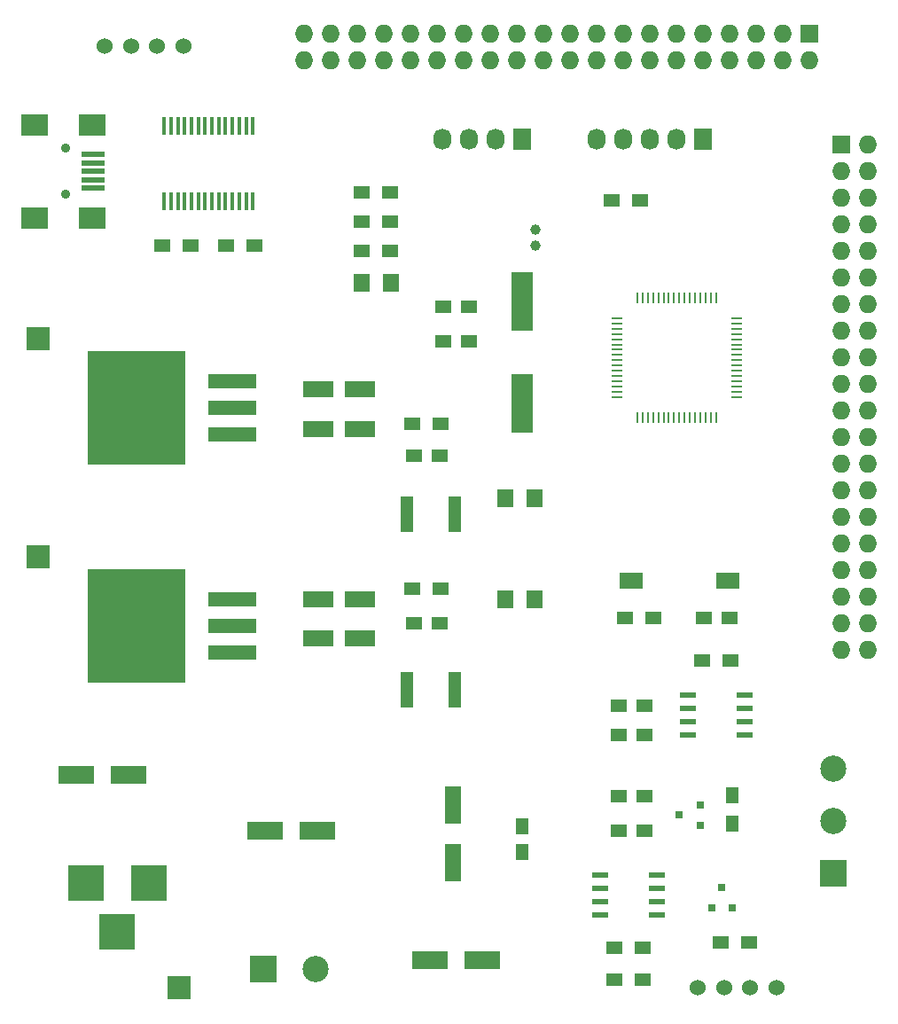
<source format=gts>
G04 #@! TF.FileFunction,Soldermask,Top*
%FSLAX46Y46*%
G04 Gerber Fmt 4.6, Leading zero omitted, Abs format (unit mm)*
G04 Created by KiCad (PCBNEW 4.0.2+dfsg1-stable) date 2017년 07월 06일 (목) 오전 10시 53분 42초*
%MOMM*%
G01*
G04 APERTURE LIST*
%ADD10C,0.100000*%
%ADD11R,1.500000X1.250000*%
%ADD12R,1.250000X1.500000*%
%ADD13R,0.800100X0.800100*%
%ADD14R,1.600200X3.599180*%
%ADD15R,1.200000X3.400000*%
%ADD16R,1.727200X2.032000*%
%ADD17O,1.727200X2.032000*%
%ADD18R,1.727200X1.727200*%
%ADD19O,1.727200X1.727200*%
%ADD20R,3.500120X3.500120*%
%ADD21R,2.235200X2.235200*%
%ADD22R,2.500000X2.500000*%
%ADD23C,2.500000*%
%ADD24C,1.524000*%
%ADD25R,2.301240X0.500380*%
%ADD26R,2.499360X1.998980*%
%ADD27C,0.899160*%
%ADD28R,1.597660X1.800860*%
%ADD29R,1.500000X1.300000*%
%ADD30R,1.300000X1.500000*%
%ADD31R,2.180000X1.600000*%
%ADD32R,2.999740X1.501140*%
%ADD33R,1.000000X0.250000*%
%ADD34R,0.250000X1.000000*%
%ADD35R,4.600000X1.390000*%
%ADD36R,9.400000X10.800000*%
%ADD37R,0.450000X1.750000*%
%ADD38R,1.550000X0.600000*%
%ADD39C,1.000760*%
%ADD40R,2.100580X5.600700*%
%ADD41R,3.500120X1.800860*%
G04 APERTURE END LIST*
D10*
D11*
X120630000Y-54864000D03*
X118130000Y-54864000D03*
X120630000Y-58166000D03*
X118130000Y-58166000D03*
X143022000Y-84582000D03*
X145522000Y-84582000D03*
D12*
X125730000Y-104414000D03*
X125730000Y-106914000D03*
D11*
X115336000Y-85090000D03*
X117836000Y-85090000D03*
X115336000Y-69088000D03*
X117836000Y-69088000D03*
X137394000Y-92964000D03*
X134894000Y-92964000D03*
X137394000Y-95758000D03*
X134894000Y-95758000D03*
X137394000Y-101600000D03*
X134894000Y-101600000D03*
X137394000Y-104902000D03*
X134894000Y-104902000D03*
D13*
X142732760Y-104328000D03*
X142732760Y-102428000D03*
X140733780Y-103378000D03*
X143830000Y-112252760D03*
X145730000Y-112252760D03*
X144780000Y-110253780D03*
D14*
X119126000Y-102405180D03*
X119126000Y-107906820D03*
D15*
X114681000Y-91440000D03*
X119253000Y-91440000D03*
X114681000Y-74676000D03*
X119253000Y-74676000D03*
D16*
X125730000Y-38862000D03*
D17*
X123190000Y-38862000D03*
X120650000Y-38862000D03*
X118110000Y-38862000D03*
D16*
X143002000Y-38862000D03*
D17*
X140462000Y-38862000D03*
X137922000Y-38862000D03*
X135382000Y-38862000D03*
X132842000Y-38862000D03*
D18*
X156210000Y-39370000D03*
D19*
X158750000Y-39370000D03*
X156210000Y-41910000D03*
X158750000Y-41910000D03*
X156210000Y-44450000D03*
X158750000Y-44450000D03*
X156210000Y-46990000D03*
X158750000Y-46990000D03*
X156210000Y-49530000D03*
X158750000Y-49530000D03*
X156210000Y-52070000D03*
X158750000Y-52070000D03*
X156210000Y-54610000D03*
X158750000Y-54610000D03*
X156210000Y-57150000D03*
X158750000Y-57150000D03*
X156210000Y-59690000D03*
X158750000Y-59690000D03*
X156210000Y-62230000D03*
X158750000Y-62230000D03*
X156210000Y-64770000D03*
X158750000Y-64770000D03*
X156210000Y-67310000D03*
X158750000Y-67310000D03*
X156210000Y-69850000D03*
X158750000Y-69850000D03*
X156210000Y-72390000D03*
X158750000Y-72390000D03*
X156210000Y-74930000D03*
X158750000Y-74930000D03*
X156210000Y-77470000D03*
X158750000Y-77470000D03*
X156210000Y-80010000D03*
X158750000Y-80010000D03*
X156210000Y-82550000D03*
X158750000Y-82550000D03*
X156210000Y-85090000D03*
X158750000Y-85090000D03*
X156210000Y-87630000D03*
X158750000Y-87630000D03*
D20*
X90020140Y-109855000D03*
X84020660Y-109855000D03*
X87020400Y-114554000D03*
D21*
X92964000Y-119888000D03*
D22*
X100965000Y-118110000D03*
D23*
X105965000Y-118110000D03*
D21*
X79502000Y-78740000D03*
X79502000Y-57912000D03*
D18*
X153130000Y-28730000D03*
D19*
X153130000Y-31270000D03*
X150590000Y-28730000D03*
X150590000Y-31270000D03*
X148050000Y-28730000D03*
X148050000Y-31270000D03*
X145510000Y-28730000D03*
X145510000Y-31270000D03*
X142970000Y-28730000D03*
X142970000Y-31270000D03*
X140430000Y-28730000D03*
X140430000Y-31270000D03*
X137890000Y-28730000D03*
X137890000Y-31270000D03*
X135350000Y-28730000D03*
X135350000Y-31270000D03*
X132810000Y-28730000D03*
X132810000Y-31270000D03*
X130270000Y-28730000D03*
X130270000Y-31270000D03*
X127730000Y-28730000D03*
X127730000Y-31270000D03*
X125190000Y-28730000D03*
X125190000Y-31270000D03*
X122650000Y-28730000D03*
X122650000Y-31270000D03*
X120110000Y-28730000D03*
X120110000Y-31270000D03*
X117570000Y-28730000D03*
X117570000Y-31270000D03*
X115030000Y-28730000D03*
X115030000Y-31270000D03*
X112490000Y-28730000D03*
X112490000Y-31270000D03*
X109950000Y-28730000D03*
X109950000Y-31270000D03*
X107410000Y-28730000D03*
X107410000Y-31270000D03*
X104870000Y-28730000D03*
X104870000Y-31270000D03*
D24*
X85852000Y-29972000D03*
X88352000Y-29972000D03*
X90852000Y-29972000D03*
X93352000Y-29972000D03*
D25*
X84729320Y-40309800D03*
X84729320Y-41109900D03*
X84729320Y-41910000D03*
X84729320Y-42710100D03*
X84729320Y-43510200D03*
D26*
X84630260Y-37459920D03*
X79131160Y-37459920D03*
X84630260Y-46360080D03*
X79131160Y-46360080D03*
D27*
X82130900Y-39710360D03*
X82130900Y-44109640D03*
D23*
X155448000Y-98966000D03*
D22*
X155448000Y-108966000D03*
D23*
X155448000Y-103966000D03*
D24*
X142494000Y-119888000D03*
X144994000Y-119888000D03*
X147494000Y-119888000D03*
X149994000Y-119888000D03*
D28*
X124056140Y-82804000D03*
X126895860Y-82804000D03*
X124056140Y-73152000D03*
X126895860Y-73152000D03*
X110340140Y-52578000D03*
X113179860Y-52578000D03*
D29*
X110410000Y-46736000D03*
X113110000Y-46736000D03*
X110410000Y-43942000D03*
X113110000Y-43942000D03*
X134286000Y-44704000D03*
X136986000Y-44704000D03*
X138256000Y-84582000D03*
X135556000Y-84582000D03*
X113110000Y-49530000D03*
X110410000Y-49530000D03*
X117936000Y-81788000D03*
X115236000Y-81788000D03*
X117936000Y-66040000D03*
X115236000Y-66040000D03*
X100156000Y-49022000D03*
X97456000Y-49022000D03*
X91360000Y-49022000D03*
X94060000Y-49022000D03*
X134540000Y-116078000D03*
X137240000Y-116078000D03*
X137240000Y-119126000D03*
X134540000Y-119126000D03*
X142922000Y-88646000D03*
X145622000Y-88646000D03*
X144700000Y-115570000D03*
X147400000Y-115570000D03*
D30*
X145796000Y-104220000D03*
X145796000Y-101520000D03*
D31*
X136113570Y-81023680D03*
X145318430Y-81028320D03*
D32*
X110202980Y-82804000D03*
X106205020Y-82804000D03*
X110202980Y-62738000D03*
X106205020Y-62738000D03*
X110202980Y-86487000D03*
X106205020Y-86487000D03*
X110202980Y-66548000D03*
X106205020Y-66548000D03*
D33*
X134762000Y-55940000D03*
X134762000Y-56440000D03*
X134762000Y-56940000D03*
X134762000Y-57440000D03*
X134762000Y-57940000D03*
X134762000Y-58440000D03*
X134762000Y-58940000D03*
X134762000Y-59440000D03*
X134762000Y-59940000D03*
X134762000Y-60440000D03*
X134762000Y-60940000D03*
X134762000Y-61440000D03*
X134762000Y-61940000D03*
X134762000Y-62440000D03*
X134762000Y-62940000D03*
X134762000Y-63440000D03*
D34*
X136712000Y-65390000D03*
X137212000Y-65390000D03*
X137712000Y-65390000D03*
X138212000Y-65390000D03*
X138712000Y-65390000D03*
X139212000Y-65390000D03*
X139712000Y-65390000D03*
X140212000Y-65390000D03*
X140712000Y-65390000D03*
X141212000Y-65390000D03*
X141712000Y-65390000D03*
X142212000Y-65390000D03*
X142712000Y-65390000D03*
X143212000Y-65390000D03*
X143712000Y-65390000D03*
X144212000Y-65390000D03*
D33*
X146162000Y-63440000D03*
X146162000Y-62940000D03*
X146162000Y-62440000D03*
X146162000Y-61940000D03*
X146162000Y-61440000D03*
X146162000Y-60940000D03*
X146162000Y-60440000D03*
X146162000Y-59940000D03*
X146162000Y-59440000D03*
X146162000Y-58940000D03*
X146162000Y-58440000D03*
X146162000Y-57940000D03*
X146162000Y-57440000D03*
X146162000Y-56940000D03*
X146162000Y-56440000D03*
X146162000Y-55940000D03*
D34*
X144212000Y-53990000D03*
X143712000Y-53990000D03*
X143212000Y-53990000D03*
X142712000Y-53990000D03*
X142212000Y-53990000D03*
X141712000Y-53990000D03*
X141212000Y-53990000D03*
X140712000Y-53990000D03*
X140212000Y-53990000D03*
X139712000Y-53990000D03*
X139212000Y-53990000D03*
X138712000Y-53990000D03*
X138212000Y-53990000D03*
X137712000Y-53990000D03*
X137212000Y-53990000D03*
X136712000Y-53990000D03*
D35*
X98044000Y-85344000D03*
D36*
X88894000Y-85344000D03*
D35*
X98044000Y-82804000D03*
X98044000Y-87884000D03*
X98044000Y-64516000D03*
D36*
X88894000Y-64516000D03*
D35*
X98044000Y-61976000D03*
X98044000Y-67056000D03*
D37*
X99983000Y-37548000D03*
X99333000Y-37548000D03*
X98683000Y-37548000D03*
X98033000Y-37548000D03*
X97383000Y-37548000D03*
X96733000Y-37548000D03*
X96083000Y-37548000D03*
X95433000Y-37548000D03*
X94783000Y-37548000D03*
X94133000Y-37548000D03*
X93483000Y-37548000D03*
X92833000Y-37548000D03*
X92183000Y-37548000D03*
X91533000Y-37548000D03*
X91533000Y-44748000D03*
X92183000Y-44748000D03*
X92833000Y-44748000D03*
X93483000Y-44748000D03*
X94133000Y-44748000D03*
X94783000Y-44748000D03*
X95433000Y-44748000D03*
X96083000Y-44748000D03*
X96733000Y-44748000D03*
X97383000Y-44748000D03*
X98033000Y-44748000D03*
X98683000Y-44748000D03*
X99333000Y-44748000D03*
X99983000Y-44748000D03*
D38*
X141572000Y-91948000D03*
X141572000Y-93218000D03*
X141572000Y-94488000D03*
X141572000Y-95758000D03*
X146972000Y-95758000D03*
X146972000Y-94488000D03*
X146972000Y-93218000D03*
X146972000Y-91948000D03*
X133190000Y-109093000D03*
X133190000Y-110363000D03*
X133190000Y-111633000D03*
X133190000Y-112903000D03*
X138590000Y-112903000D03*
X138590000Y-111633000D03*
X138590000Y-110363000D03*
X138590000Y-109093000D03*
D39*
X127000000Y-49009300D03*
X127000000Y-47510700D03*
D40*
X125730000Y-54333140D03*
X125730000Y-64030860D03*
D41*
X88097360Y-99568000D03*
X83098640Y-99568000D03*
X106131360Y-104902000D03*
X101132640Y-104902000D03*
X121879360Y-117221000D03*
X116880640Y-117221000D03*
M02*

</source>
